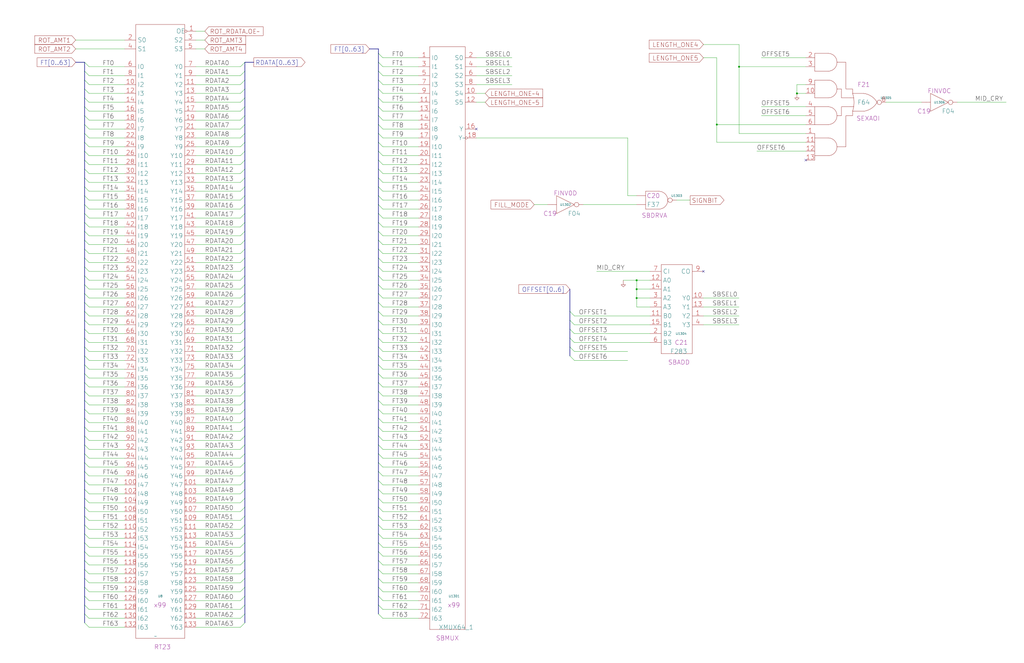
<source format=kicad_sch>
(kicad_sch (version 20230121) (generator eeschema)
  (paper "User" 584.2 378.46)
  (title_block (title "ROTATOR TIER 3") (date "20-MAR-90") (rev "1.0") (comment 1 "FIU") (comment 2 "232-003065") (comment 3 "S400") (comment 4 "RELEASED"))
  (junction (at 363.22 160.02))
  (junction (at 408.94 71.12))
  (junction (at 454.66 53.34))
  (junction (at 421.64 38.1))
  (junction (at 363.22 170.18))
  (junction (at 363.22 165.1))
  (no_connect (at 271.78 73.66))
  (no_connect (at 459.74 91.44))
  (no_connect (at 401.32 154.94))
  (bus_entry (at 48.26 208.28) (size 2.54 2.54))
  (bus_entry (at 139.7 259.08) (size -2.54 2.54))
  (bus_entry (at 48.26 309.88) (size 2.54 2.54))
  (bus_entry (at 215.9 198.12) (size 2.54 2.54))
  (bus_entry (at 48.26 299.72) (size 2.54 2.54))
  (bus_entry (at 139.7 248.92) (size -2.54 2.54))
  (bus_entry (at 215.9 30.48) (size 2.54 2.54))
  (bus_entry (at 48.26 187.96) (size 2.54 2.54))
  (bus_entry (at 139.7 60.96) (size -2.54 2.54))
  (bus_entry (at 139.7 350.52) (size -2.54 2.54))
  (bus_entry (at 215.9 71.12) (size 2.54 2.54))
  (bus_entry (at 215.9 60.96) (size 2.54 2.54))
  (bus_entry (at 48.26 350.52) (size 2.54 2.54))
  (bus_entry (at 48.26 81.28) (size 2.54 2.54))
  (bus_entry (at 139.7 314.96) (size -2.54 2.54))
  (bus_entry (at 48.26 66.04) (size 2.54 2.54))
  (bus_entry (at 48.26 294.64) (size 2.54 2.54))
  (bus_entry (at 215.9 35.56) (size 2.54 2.54))
  (bus_entry (at 48.26 284.48) (size 2.54 2.54))
  (bus_entry (at 48.26 320.04) (size 2.54 2.54))
  (bus_entry (at 139.7 76.2) (size -2.54 2.54))
  (bus_entry (at 48.26 264.16) (size 2.54 2.54))
  (bus_entry (at 139.7 40.64) (size -2.54 2.54))
  (bus_entry (at 215.9 193.04) (size 2.54 2.54))
  (bus_entry (at 215.9 127) (size 2.54 2.54))
  (bus_entry (at 139.7 187.96) (size -2.54 2.54))
  (bus_entry (at 48.26 330.2) (size 2.54 2.54))
  (bus_entry (at 139.7 127) (size -2.54 2.54))
  (bus_entry (at 215.9 177.8) (size 2.54 2.54))
  (bus_entry (at 48.26 279.4) (size 2.54 2.54))
  (bus_entry (at 215.9 137.16) (size 2.54 2.54))
  (bus_entry (at 139.7 284.48) (size -2.54 2.54))
  (bus_entry (at 139.7 203.2) (size -2.54 2.54))
  (bus_entry (at 48.26 147.32) (size 2.54 2.54))
  (bus_entry (at 215.9 350.52) (size 2.54 2.54))
  (bus_entry (at 139.7 137.16) (size -2.54 2.54))
  (bus_entry (at 215.9 121.92) (size 2.54 2.54))
  (bus_entry (at 48.26 193.04) (size 2.54 2.54))
  (bus_entry (at 139.7 172.72) (size -2.54 2.54))
  (bus_entry (at 139.7 45.72) (size -2.54 2.54))
  (bus_entry (at 215.9 269.24) (size 2.54 2.54))
  (bus_entry (at 215.9 101.6) (size 2.54 2.54))
  (bus_entry (at 139.7 355.6) (size -2.54 2.54))
  (bus_entry (at 139.7 121.92) (size -2.54 2.54))
  (bus_entry (at 139.7 264.16) (size -2.54 2.54))
  (bus_entry (at 139.7 223.52) (size -2.54 2.54))
  (bus_entry (at 139.7 218.44) (size -2.54 2.54))
  (bus_entry (at 48.26 223.52) (size 2.54 2.54))
  (bus_entry (at 48.26 248.92) (size 2.54 2.54))
  (bus_entry (at 48.26 55.88) (size 2.54 2.54))
  (bus_entry (at 215.9 172.72) (size 2.54 2.54))
  (bus_entry (at 215.9 223.52) (size 2.54 2.54))
  (bus_entry (at 215.9 162.56) (size 2.54 2.54))
  (bus_entry (at 48.26 325.12) (size 2.54 2.54))
  (bus_entry (at 48.26 243.84) (size 2.54 2.54))
  (bus_entry (at 48.26 274.32) (size 2.54 2.54))
  (bus_entry (at 215.9 248.92) (size 2.54 2.54))
  (bus_entry (at 48.26 238.76) (size 2.54 2.54))
  (bus_entry (at 215.9 284.48) (size 2.54 2.54))
  (bus_entry (at 215.9 314.96) (size 2.54 2.54))
  (bus_entry (at 48.26 259.08) (size 2.54 2.54))
  (bus_entry (at 215.9 254) (size 2.54 2.54))
  (bus_entry (at 215.9 299.72) (size 2.54 2.54))
  (bus_entry (at 139.7 233.68) (size -2.54 2.54))
  (bus_entry (at 48.26 35.56) (size 2.54 2.54))
  (bus_entry (at 139.7 177.8) (size -2.54 2.54))
  (bus_entry (at 215.9 152.4) (size 2.54 2.54))
  (bus_entry (at 48.26 314.96) (size 2.54 2.54))
  (bus_entry (at 139.7 81.28) (size -2.54 2.54))
  (bus_entry (at 139.7 50.8) (size -2.54 2.54))
  (bus_entry (at 215.9 55.88) (size 2.54 2.54))
  (bus_entry (at 215.9 304.8) (size 2.54 2.54))
  (bus_entry (at 139.7 345.44) (size -2.54 2.54))
  (bus_entry (at 48.26 162.56) (size 2.54 2.54))
  (bus_entry (at 139.7 289.56) (size -2.54 2.54))
  (bus_entry (at 48.26 116.84) (size 2.54 2.54))
  (bus_entry (at 215.9 274.32) (size 2.54 2.54))
  (bus_entry (at 139.7 279.4) (size -2.54 2.54))
  (bus_entry (at 325.12 203.2) (size 2.54 2.54))
  (bus_entry (at 139.7 96.52) (size -2.54 2.54))
  (bus_entry (at 215.9 157.48) (size 2.54 2.54))
  (bus_entry (at 48.26 142.24) (size 2.54 2.54))
  (bus_entry (at 215.9 238.76) (size 2.54 2.54))
  (bus_entry (at 215.9 96.52) (size 2.54 2.54))
  (bus_entry (at 48.26 137.16) (size 2.54 2.54))
  (bus_entry (at 215.9 167.64) (size 2.54 2.54))
  (bus_entry (at 139.7 66.04) (size -2.54 2.54))
  (bus_entry (at 48.26 76.2) (size 2.54 2.54))
  (bus_entry (at 139.7 198.12) (size -2.54 2.54))
  (bus_entry (at 215.9 289.56) (size 2.54 2.54))
  (bus_entry (at 139.7 299.72) (size -2.54 2.54))
  (bus_entry (at 139.7 132.08) (size -2.54 2.54))
  (bus_entry (at 48.26 335.28) (size 2.54 2.54))
  (bus_entry (at 139.7 167.64) (size -2.54 2.54))
  (bus_entry (at 48.26 228.6) (size 2.54 2.54))
  (bus_entry (at 139.7 294.64) (size -2.54 2.54))
  (bus_entry (at 139.7 320.04) (size -2.54 2.54))
  (bus_entry (at 215.9 243.84) (size 2.54 2.54))
  (bus_entry (at 48.26 121.92) (size 2.54 2.54))
  (bus_entry (at 215.9 259.08) (size 2.54 2.54))
  (bus_entry (at 325.12 193.04) (size 2.54 2.54))
  (bus_entry (at 139.7 35.56) (size -2.54 2.54))
  (bus_entry (at 48.26 177.8) (size 2.54 2.54))
  (bus_entry (at 139.7 208.28) (size -2.54 2.54))
  (bus_entry (at 215.9 203.2) (size 2.54 2.54))
  (bus_entry (at 48.26 203.2) (size 2.54 2.54))
  (bus_entry (at 139.7 269.24) (size -2.54 2.54))
  (bus_entry (at 139.7 243.84) (size -2.54 2.54))
  (bus_entry (at 215.9 106.68) (size 2.54 2.54))
  (bus_entry (at 48.26 45.72) (size 2.54 2.54))
  (bus_entry (at 215.9 233.68) (size 2.54 2.54))
  (bus_entry (at 48.26 106.68) (size 2.54 2.54))
  (bus_entry (at 48.26 213.36) (size 2.54 2.54))
  (bus_entry (at 48.26 101.6) (size 2.54 2.54))
  (bus_entry (at 48.26 152.4) (size 2.54 2.54))
  (bus_entry (at 139.7 142.24) (size -2.54 2.54))
  (bus_entry (at 215.9 213.36) (size 2.54 2.54))
  (bus_entry (at 139.7 182.88) (size -2.54 2.54))
  (bus_entry (at 139.7 116.84) (size -2.54 2.54))
  (bus_entry (at 139.7 228.6) (size -2.54 2.54))
  (bus_entry (at 215.9 228.6) (size 2.54 2.54))
  (bus_entry (at 215.9 294.64) (size 2.54 2.54))
  (bus_entry (at 139.7 152.4) (size -2.54 2.54))
  (bus_entry (at 215.9 50.8) (size 2.54 2.54))
  (bus_entry (at 139.7 254) (size -2.54 2.54))
  (bus_entry (at 48.26 289.56) (size 2.54 2.54))
  (bus_entry (at 139.7 101.6) (size -2.54 2.54))
  (bus_entry (at 325.12 187.96) (size 2.54 2.54))
  (bus_entry (at 139.7 274.32) (size -2.54 2.54))
  (bus_entry (at 48.26 254) (size 2.54 2.54))
  (bus_entry (at 48.26 340.36) (size 2.54 2.54))
  (bus_entry (at 48.26 355.6) (size 2.54 2.54))
  (bus_entry (at 215.9 132.08) (size 2.54 2.54))
  (bus_entry (at 215.9 208.28) (size 2.54 2.54))
  (bus_entry (at 215.9 147.32) (size 2.54 2.54))
  (bus_entry (at 325.12 198.12) (size 2.54 2.54))
  (bus_entry (at 48.26 218.44) (size 2.54 2.54))
  (bus_entry (at 215.9 320.04) (size 2.54 2.54))
  (bus_entry (at 139.7 147.32) (size -2.54 2.54))
  (bus_entry (at 215.9 309.88) (size 2.54 2.54))
  (bus_entry (at 48.26 172.72) (size 2.54 2.54))
  (bus_entry (at 215.9 182.88) (size 2.54 2.54))
  (bus_entry (at 139.7 304.8) (size -2.54 2.54))
  (bus_entry (at 48.26 198.12) (size 2.54 2.54))
  (bus_entry (at 139.7 71.12) (size -2.54 2.54))
  (bus_entry (at 325.12 182.88) (size 2.54 2.54))
  (bus_entry (at 215.9 325.12) (size 2.54 2.54))
  (bus_entry (at 215.9 264.16) (size 2.54 2.54))
  (bus_entry (at 139.7 55.88) (size -2.54 2.54))
  (bus_entry (at 48.26 345.44) (size 2.54 2.54))
  (bus_entry (at 139.7 309.88) (size -2.54 2.54))
  (bus_entry (at 215.9 86.36) (size 2.54 2.54))
  (bus_entry (at 48.26 91.44) (size 2.54 2.54))
  (bus_entry (at 48.26 167.64) (size 2.54 2.54))
  (bus_entry (at 48.26 96.52) (size 2.54 2.54))
  (bus_entry (at 48.26 111.76) (size 2.54 2.54))
  (bus_entry (at 48.26 233.68) (size 2.54 2.54))
  (bus_entry (at 215.9 40.64) (size 2.54 2.54))
  (bus_entry (at 215.9 111.76) (size 2.54 2.54))
  (bus_entry (at 139.7 106.68) (size -2.54 2.54))
  (bus_entry (at 215.9 81.28) (size 2.54 2.54))
  (bus_entry (at 48.26 60.96) (size 2.54 2.54))
  (bus_entry (at 48.26 182.88) (size 2.54 2.54))
  (bus_entry (at 325.12 177.8) (size 2.54 2.54))
  (bus_entry (at 215.9 187.96) (size 2.54 2.54))
  (bus_entry (at 48.26 157.48) (size 2.54 2.54))
  (bus_entry (at 139.7 325.12) (size -2.54 2.54))
  (bus_entry (at 139.7 111.76) (size -2.54 2.54))
  (bus_entry (at 215.9 116.84) (size 2.54 2.54))
  (bus_entry (at 215.9 91.44) (size 2.54 2.54))
  (bus_entry (at 215.9 218.44) (size 2.54 2.54))
  (bus_entry (at 139.7 330.2) (size -2.54 2.54))
  (bus_entry (at 48.26 127) (size 2.54 2.54))
  (bus_entry (at 48.26 40.64) (size 2.54 2.54))
  (bus_entry (at 48.26 86.36) (size 2.54 2.54))
  (bus_entry (at 139.7 238.76) (size -2.54 2.54))
  (bus_entry (at 48.26 71.12) (size 2.54 2.54))
  (bus_entry (at 215.9 76.2) (size 2.54 2.54))
  (bus_entry (at 215.9 66.04) (size 2.54 2.54))
  (bus_entry (at 48.26 50.8) (size 2.54 2.54))
  (bus_entry (at 139.7 340.36) (size -2.54 2.54))
  (bus_entry (at 215.9 279.4) (size 2.54 2.54))
  (bus_entry (at 139.7 335.28) (size -2.54 2.54))
  (bus_entry (at 139.7 162.56) (size -2.54 2.54))
  (bus_entry (at 48.26 304.8) (size 2.54 2.54))
  (bus_entry (at 139.7 86.36) (size -2.54 2.54))
  (bus_entry (at 139.7 157.48) (size -2.54 2.54))
  (bus_entry (at 215.9 142.24) (size 2.54 2.54))
  (bus_entry (at 48.26 269.24) (size 2.54 2.54))
  (bus_entry (at 139.7 91.44) (size -2.54 2.54))
  (bus_entry (at 139.7 213.36) (size -2.54 2.54))
  (bus_entry (at 215.9 340.36) (size 2.54 2.54))
  (bus_entry (at 215.9 45.72) (size 2.54 2.54))
  (bus_entry (at 215.9 330.2) (size 2.54 2.54))
  (bus_entry (at 139.7 193.04) (size -2.54 2.54))
  (bus_entry (at 48.26 132.08) (size 2.54 2.54))
  (bus_entry (at 215.9 335.28) (size 2.54 2.54))
  (bus_entry (at 215.9 345.44) (size 2.54 2.54))
  (bus (pts (xy 139.7 50.8) (xy 139.7 55.88)))
  (bus (pts (xy 139.7 284.48) (xy 139.7 289.56)))
  (wire (pts (xy 71.12 347.98) (xy 50.8 347.98)))
  (bus (pts (xy 139.7 76.2) (xy 139.7 81.28)))
  (wire (pts (xy 434.34 66.04) (xy 459.74 66.04)))
  (bus (pts (xy 48.26 299.72) (xy 48.26 304.8)))
  (wire (pts (xy 218.44 261.62) (xy 238.76 261.62)))
  (wire (pts (xy 137.16 83.82) (xy 111.76 83.82)))
  (wire (pts (xy 218.44 33.02) (xy 238.76 33.02)))
  (wire (pts (xy 71.12 180.34) (xy 50.8 180.34)))
  (bus (pts (xy 139.7 233.68) (xy 139.7 238.76)))
  (wire (pts (xy 327.66 200.66) (xy 358.14 200.66)))
  (wire (pts (xy 137.16 139.7) (xy 111.76 139.7)))
  (bus (pts (xy 48.26 111.76) (xy 48.26 116.84)))
  (bus (pts (xy 48.26 81.28) (xy 48.26 86.36)))
  (wire (pts (xy 401.32 180.34) (xy 421.64 180.34)))
  (wire (pts (xy 137.16 276.86) (xy 111.76 276.86)))
  (bus (pts (xy 215.9 162.56) (xy 215.9 167.64)))
  (wire (pts (xy 71.12 119.38) (xy 50.8 119.38)))
  (bus (pts (xy 48.26 218.44) (xy 48.26 223.52)))
  (bus (pts (xy 215.9 254) (xy 215.9 259.08)))
  (bus (pts (xy 48.26 350.52) (xy 48.26 355.6)))
  (bus (pts (xy 48.26 71.12) (xy 48.26 76.2)))
  (bus (pts (xy 139.7 274.32) (xy 139.7 279.4)))
  (wire (pts (xy 137.16 337.82) (xy 111.76 337.82)))
  (wire (pts (xy 218.44 337.82) (xy 238.76 337.82)))
  (wire (pts (xy 137.16 266.7) (xy 111.76 266.7)))
  (bus (pts (xy 325.12 182.88) (xy 325.12 187.96)))
  (bus (pts (xy 139.7 294.64) (xy 139.7 299.72)))
  (wire (pts (xy 137.16 210.82) (xy 111.76 210.82)))
  (bus (pts (xy 215.9 299.72) (xy 215.9 304.8)))
  (bus (pts (xy 139.7 60.96) (xy 139.7 66.04)))
  (wire (pts (xy 43.18 22.86) (xy 71.12 22.86)))
  (bus (pts (xy 139.7 101.6) (xy 139.7 106.68)))
  (bus (pts (xy 215.9 50.8) (xy 215.9 55.88)))
  (bus (pts (xy 48.26 213.36) (xy 48.26 218.44)))
  (wire (pts (xy 431.8 86.36) (xy 459.74 86.36)))
  (wire (pts (xy 71.12 226.06) (xy 50.8 226.06)))
  (bus (pts (xy 139.7 66.04) (xy 139.7 71.12)))
  (bus (pts (xy 48.26 96.52) (xy 48.26 101.6)))
  (wire (pts (xy 218.44 205.74) (xy 238.76 205.74)))
  (bus (pts (xy 215.9 269.24) (xy 215.9 274.32)))
  (wire (pts (xy 218.44 144.78) (xy 238.76 144.78)))
  (bus (pts (xy 139.7 289.56) (xy 139.7 294.64)))
  (bus (pts (xy 48.26 254) (xy 48.26 259.08)))
  (wire (pts (xy 327.66 185.42) (xy 370.84 185.42)))
  (wire (pts (xy 304.8 116.84) (xy 312.42 116.84)))
  (bus (pts (xy 139.7 187.96) (xy 139.7 193.04)))
  (wire (pts (xy 421.64 25.4) (xy 401.32 25.4)))
  (bus (pts (xy 43.18 35.56) (xy 48.26 35.56)))
  (wire (pts (xy 218.44 271.78) (xy 238.76 271.78)))
  (wire (pts (xy 218.44 68.58) (xy 238.76 68.58)))
  (wire (pts (xy 137.16 297.18) (xy 111.76 297.18)))
  (wire (pts (xy 71.12 281.94) (xy 50.8 281.94)))
  (bus (pts (xy 139.7 299.72) (xy 139.7 304.8)))
  (wire (pts (xy 218.44 266.7) (xy 238.76 266.7)))
  (wire (pts (xy 71.12 322.58) (xy 50.8 322.58)))
  (wire (pts (xy 137.16 332.74) (xy 111.76 332.74)))
  (wire (pts (xy 71.12 134.62) (xy 50.8 134.62)))
  (bus (pts (xy 215.9 182.88) (xy 215.9 187.96)))
  (wire (pts (xy 71.12 144.78) (xy 50.8 144.78)))
  (wire (pts (xy 71.12 220.98) (xy 50.8 220.98)))
  (wire (pts (xy 137.16 144.78) (xy 111.76 144.78)))
  (bus (pts (xy 139.7 127) (xy 139.7 132.08)))
  (wire (pts (xy 71.12 200.66) (xy 50.8 200.66)))
  (bus (pts (xy 215.9 27.94) (xy 215.9 30.48)))
  (wire (pts (xy 71.12 185.42) (xy 50.8 185.42)))
  (bus (pts (xy 215.9 208.28) (xy 215.9 213.36)))
  (wire (pts (xy 71.12 302.26) (xy 50.8 302.26)))
  (wire (pts (xy 218.44 246.38) (xy 238.76 246.38)))
  (bus (pts (xy 215.9 111.76) (xy 215.9 116.84)))
  (wire (pts (xy 137.16 78.74) (xy 111.76 78.74)))
  (bus (pts (xy 139.7 314.96) (xy 139.7 320.04)))
  (wire (pts (xy 71.12 215.9) (xy 50.8 215.9)))
  (wire (pts (xy 454.66 53.34) (xy 459.74 53.34)))
  (wire (pts (xy 218.44 134.62) (xy 238.76 134.62)))
  (wire (pts (xy 71.12 276.86) (xy 50.8 276.86)))
  (wire (pts (xy 218.44 185.42) (xy 238.76 185.42)))
  (wire (pts (xy 137.16 246.38) (xy 111.76 246.38)))
  (wire (pts (xy 137.16 73.66) (xy 111.76 73.66)))
  (wire (pts (xy 137.16 170.18) (xy 111.76 170.18)))
  (bus (pts (xy 215.9 152.4) (xy 215.9 157.48)))
  (bus (pts (xy 215.9 66.04) (xy 215.9 71.12)))
  (bus (pts (xy 48.26 177.8) (xy 48.26 182.88)))
  (bus (pts (xy 215.9 45.72) (xy 215.9 50.8)))
  (wire (pts (xy 218.44 297.18) (xy 238.76 297.18)))
  (bus (pts (xy 215.9 147.32) (xy 215.9 152.4)))
  (wire (pts (xy 218.44 287.02) (xy 238.76 287.02)))
  (wire (pts (xy 218.44 220.98) (xy 238.76 220.98)))
  (wire (pts (xy 218.44 210.82) (xy 238.76 210.82)))
  (wire (pts (xy 71.12 358.14) (xy 50.8 358.14)))
  (bus (pts (xy 139.7 45.72) (xy 139.7 50.8)))
  (bus (pts (xy 48.26 243.84) (xy 48.26 248.92)))
  (wire (pts (xy 434.34 60.96) (xy 459.74 60.96)))
  (bus (pts (xy 48.26 86.36) (xy 48.26 91.44)))
  (wire (pts (xy 137.16 205.74) (xy 111.76 205.74)))
  (wire (pts (xy 218.44 109.22) (xy 238.76 109.22)))
  (wire (pts (xy 116.84 22.86) (xy 111.76 22.86)))
  (wire (pts (xy 71.12 99.06) (xy 50.8 99.06)))
  (wire (pts (xy 358.14 78.74) (xy 271.78 78.74)))
  (wire (pts (xy 363.22 175.26) (xy 363.22 170.18)))
  (bus (pts (xy 48.26 50.8) (xy 48.26 55.88)))
  (bus (pts (xy 139.7 320.04) (xy 139.7 325.12)))
  (bus (pts (xy 139.7 203.2) (xy 139.7 208.28)))
  (bus (pts (xy 48.26 91.44) (xy 48.26 96.52)))
  (bus (pts (xy 48.26 35.56) (xy 48.26 40.64)))
  (wire (pts (xy 218.44 139.7) (xy 238.76 139.7)))
  (bus (pts (xy 215.9 213.36) (xy 215.9 218.44)))
  (bus (pts (xy 215.9 106.68) (xy 215.9 111.76)))
  (bus (pts (xy 144.78 35.56) (xy 139.7 35.56)))
  (wire (pts (xy 218.44 190.5) (xy 238.76 190.5)))
  (bus (pts (xy 139.7 335.28) (xy 139.7 340.36)))
  (bus (pts (xy 215.9 86.36) (xy 215.9 91.44)))
  (wire (pts (xy 137.16 215.9) (xy 111.76 215.9)))
  (wire (pts (xy 137.16 256.54) (xy 111.76 256.54)))
  (bus (pts (xy 139.7 40.64) (xy 139.7 45.72)))
  (bus (pts (xy 215.9 193.04) (xy 215.9 198.12)))
  (wire (pts (xy 218.44 170.18) (xy 238.76 170.18)))
  (bus (pts (xy 48.26 304.8) (xy 48.26 309.88)))
  (wire (pts (xy 71.12 170.18) (xy 50.8 170.18)))
  (wire (pts (xy 137.16 119.38) (xy 111.76 119.38)))
  (bus (pts (xy 139.7 218.44) (xy 139.7 223.52)))
  (wire (pts (xy 218.44 83.82) (xy 238.76 83.82)))
  (wire (pts (xy 137.16 231.14) (xy 111.76 231.14)))
  (bus (pts (xy 215.9 223.52) (xy 215.9 228.6)))
  (wire (pts (xy 218.44 88.9) (xy 238.76 88.9)))
  (bus (pts (xy 215.9 121.92) (xy 215.9 127)))
  (bus (pts (xy 48.26 147.32) (xy 48.26 152.4)))
  (wire (pts (xy 71.12 307.34) (xy 50.8 307.34)))
  (bus (pts (xy 215.9 238.76) (xy 215.9 243.84)))
  (wire (pts (xy 137.16 190.5) (xy 111.76 190.5)))
  (bus (pts (xy 139.7 350.52) (xy 139.7 355.6)))
  (wire (pts (xy 218.44 195.58) (xy 238.76 195.58)))
  (bus (pts (xy 215.9 91.44) (xy 215.9 96.52)))
  (wire (pts (xy 71.12 246.38) (xy 50.8 246.38)))
  (wire (pts (xy 218.44 307.34) (xy 238.76 307.34)))
  (bus (pts (xy 215.9 304.8) (xy 215.9 309.88)))
  (bus (pts (xy 215.9 35.56) (xy 215.9 40.64)))
  (bus (pts (xy 215.9 274.32) (xy 215.9 279.4)))
  (wire (pts (xy 218.44 149.86) (xy 238.76 149.86)))
  (wire (pts (xy 71.12 241.3) (xy 50.8 241.3)))
  (bus (pts (xy 48.26 309.88) (xy 48.26 314.96)))
  (wire (pts (xy 71.12 93.98) (xy 50.8 93.98)))
  (bus (pts (xy 139.7 162.56) (xy 139.7 167.64)))
  (wire (pts (xy 71.12 210.82) (xy 50.8 210.82)))
  (bus (pts (xy 139.7 111.76) (xy 139.7 116.84)))
  (wire (pts (xy 218.44 353.06) (xy 238.76 353.06)))
  (wire (pts (xy 218.44 48.26) (xy 238.76 48.26)))
  (bus (pts (xy 139.7 71.12) (xy 139.7 76.2)))
  (wire (pts (xy 137.16 48.26) (xy 111.76 48.26)))
  (wire (pts (xy 218.44 342.9) (xy 238.76 342.9)))
  (wire (pts (xy 218.44 322.58) (xy 238.76 322.58)))
  (bus (pts (xy 139.7 259.08) (xy 139.7 264.16)))
  (wire (pts (xy 137.16 88.9) (xy 111.76 88.9)))
  (wire (pts (xy 137.16 104.14) (xy 111.76 104.14)))
  (bus (pts (xy 48.26 182.88) (xy 48.26 187.96)))
  (wire (pts (xy 137.16 149.86) (xy 111.76 149.86)))
  (bus (pts (xy 215.9 340.36) (xy 215.9 345.44)))
  (wire (pts (xy 218.44 180.34) (xy 238.76 180.34)))
  (wire (pts (xy 363.22 170.18) (xy 370.84 170.18)))
  (bus (pts (xy 48.26 289.56) (xy 48.26 294.64)))
  (wire (pts (xy 408.94 71.12) (xy 408.94 33.02)))
  (bus (pts (xy 48.26 101.6) (xy 48.26 106.68)))
  (wire (pts (xy 137.16 93.98) (xy 111.76 93.98)))
  (bus (pts (xy 215.9 248.92) (xy 215.9 254)))
  (wire (pts (xy 137.16 134.62) (xy 111.76 134.62)))
  (bus (pts (xy 48.26 284.48) (xy 48.26 289.56)))
  (bus (pts (xy 215.9 187.96) (xy 215.9 193.04)))
  (bus (pts (xy 215.9 142.24) (xy 215.9 147.32)))
  (wire (pts (xy 71.12 292.1) (xy 50.8 292.1)))
  (wire (pts (xy 71.12 297.18) (xy 50.8 297.18)))
  (bus (pts (xy 215.9 81.28) (xy 215.9 86.36)))
  (bus (pts (xy 215.9 320.04) (xy 215.9 325.12)))
  (bus (pts (xy 48.26 223.52) (xy 48.26 228.6)))
  (bus (pts (xy 48.26 320.04) (xy 48.26 325.12)))
  (wire (pts (xy 408.94 71.12) (xy 459.74 71.12)))
  (wire (pts (xy 71.12 165.1) (xy 50.8 165.1)))
  (bus (pts (xy 139.7 243.84) (xy 139.7 248.92)))
  (wire (pts (xy 137.16 160.02) (xy 111.76 160.02)))
  (bus (pts (xy 48.26 76.2) (xy 48.26 81.28)))
  (bus (pts (xy 48.26 259.08) (xy 48.26 264.16)))
  (bus (pts (xy 139.7 147.32) (xy 139.7 152.4)))
  (bus (pts (xy 325.12 193.04) (xy 325.12 198.12)))
  (wire (pts (xy 137.16 342.9) (xy 111.76 342.9)))
  (bus (pts (xy 139.7 248.92) (xy 139.7 254)))
  (wire (pts (xy 71.12 160.02) (xy 50.8 160.02)))
  (wire (pts (xy 358.14 111.76) (xy 358.14 78.74)))
  (bus (pts (xy 139.7 116.84) (xy 139.7 121.92)))
  (wire (pts (xy 386.08 114.3) (xy 393.7 114.3)))
  (wire (pts (xy 218.44 251.46) (xy 238.76 251.46)))
  (wire (pts (xy 370.84 175.26) (xy 363.22 175.26)))
  (bus (pts (xy 48.26 340.36) (xy 48.26 345.44)))
  (wire (pts (xy 363.22 160.02) (xy 370.84 160.02)))
  (bus (pts (xy 215.9 309.88) (xy 215.9 314.96)))
  (bus (pts (xy 139.7 325.12) (xy 139.7 330.2)))
  (bus (pts (xy 215.9 294.64) (xy 215.9 299.72)))
  (wire (pts (xy 218.44 58.42) (xy 238.76 58.42)))
  (bus (pts (xy 48.26 127) (xy 48.26 132.08)))
  (wire (pts (xy 408.94 81.28) (xy 408.94 71.12)))
  (wire (pts (xy 355.6 160.02) (xy 363.22 160.02)))
  (wire (pts (xy 218.44 43.18) (xy 238.76 43.18)))
  (wire (pts (xy 43.18 27.94) (xy 71.12 27.94)))
  (wire (pts (xy 71.12 231.14) (xy 50.8 231.14)))
  (wire (pts (xy 111.76 17.78) (xy 116.84 17.78)))
  (wire (pts (xy 218.44 292.1) (xy 238.76 292.1)))
  (wire (pts (xy 71.12 256.54) (xy 50.8 256.54)))
  (bus (pts (xy 48.26 157.48) (xy 48.26 162.56)))
  (wire (pts (xy 71.12 266.7) (xy 50.8 266.7)))
  (bus (pts (xy 139.7 238.76) (xy 139.7 243.84)))
  (wire (pts (xy 218.44 317.5) (xy 238.76 317.5)))
  (bus (pts (xy 139.7 177.8) (xy 139.7 182.88)))
  (bus (pts (xy 215.9 76.2) (xy 215.9 81.28)))
  (wire (pts (xy 218.44 236.22) (xy 238.76 236.22)))
  (bus (pts (xy 48.26 45.72) (xy 48.26 50.8)))
  (bus (pts (xy 48.26 142.24) (xy 48.26 147.32)))
  (wire (pts (xy 218.44 63.5) (xy 238.76 63.5)))
  (wire (pts (xy 454.66 48.26) (xy 454.66 53.34)))
  (bus (pts (xy 215.9 96.52) (xy 215.9 101.6)))
  (bus (pts (xy 215.9 167.64) (xy 215.9 172.72)))
  (wire (pts (xy 71.12 139.7) (xy 50.8 139.7)))
  (bus (pts (xy 215.9 259.08) (xy 215.9 264.16)))
  (bus (pts (xy 48.26 264.16) (xy 48.26 269.24)))
  (bus (pts (xy 215.9 284.48) (xy 215.9 289.56)))
  (bus (pts (xy 48.26 116.84) (xy 48.26 121.92)))
  (wire (pts (xy 218.44 256.54) (xy 238.76 256.54)))
  (wire (pts (xy 137.16 241.3) (xy 111.76 241.3)))
  (bus (pts (xy 139.7 167.64) (xy 139.7 172.72)))
  (wire (pts (xy 71.12 175.26) (xy 50.8 175.26)))
  (bus (pts (xy 48.26 248.92) (xy 48.26 254)))
  (bus (pts (xy 48.26 193.04) (xy 48.26 198.12)))
  (wire (pts (xy 137.16 38.1) (xy 111.76 38.1)))
  (wire (pts (xy 218.44 124.46) (xy 238.76 124.46)))
  (wire (pts (xy 71.12 205.74) (xy 50.8 205.74)))
  (wire (pts (xy 218.44 104.14) (xy 238.76 104.14)))
  (bus (pts (xy 215.9 218.44) (xy 215.9 223.52)))
  (bus (pts (xy 139.7 157.48) (xy 139.7 162.56)))
  (bus (pts (xy 215.9 198.12) (xy 215.9 203.2)))
  (wire (pts (xy 271.78 43.18) (xy 292.1 43.18)))
  (bus (pts (xy 215.9 157.48) (xy 215.9 162.56)))
  (bus (pts (xy 48.26 345.44) (xy 48.26 350.52)))
  (wire (pts (xy 71.12 271.78) (xy 50.8 271.78)))
  (bus (pts (xy 215.9 177.8) (xy 215.9 182.88)))
  (bus (pts (xy 139.7 330.2) (xy 139.7 335.28)))
  (wire (pts (xy 218.44 99.06) (xy 238.76 99.06)))
  (wire (pts (xy 459.74 48.26) (xy 454.66 48.26)))
  (bus (pts (xy 139.7 208.28) (xy 139.7 213.36)))
  (wire (pts (xy 218.44 38.1) (xy 238.76 38.1)))
  (wire (pts (xy 137.16 180.34) (xy 111.76 180.34)))
  (wire (pts (xy 218.44 119.38) (xy 238.76 119.38)))
  (bus (pts (xy 215.9 279.4) (xy 215.9 284.48)))
  (wire (pts (xy 137.16 200.66) (xy 111.76 200.66)))
  (wire (pts (xy 137.16 317.5) (xy 111.76 317.5)))
  (wire (pts (xy 137.16 43.18) (xy 111.76 43.18)))
  (wire (pts (xy 137.16 165.1) (xy 111.76 165.1)))
  (wire (pts (xy 327.66 180.34) (xy 370.84 180.34)))
  (bus (pts (xy 48.26 198.12) (xy 48.26 203.2)))
  (bus (pts (xy 139.7 193.04) (xy 139.7 198.12)))
  (bus (pts (xy 215.9 243.84) (xy 215.9 248.92)))
  (wire (pts (xy 218.44 200.66) (xy 238.76 200.66)))
  (wire (pts (xy 137.16 353.06) (xy 111.76 353.06)))
  (wire (pts (xy 71.12 327.66) (xy 50.8 327.66)))
  (wire (pts (xy 71.12 63.5) (xy 50.8 63.5)))
  (wire (pts (xy 271.78 33.02) (xy 292.1 33.02)))
  (bus (pts (xy 48.26 208.28) (xy 48.26 213.36)))
  (bus (pts (xy 325.12 177.8) (xy 325.12 182.88)))
  (bus (pts (xy 139.7 309.88) (xy 139.7 314.96)))
  (wire (pts (xy 218.44 175.26) (xy 238.76 175.26)))
  (wire (pts (xy 340.36 154.94) (xy 370.84 154.94)))
  (wire (pts (xy 71.12 190.5) (xy 50.8 190.5)))
  (wire (pts (xy 363.22 165.1) (xy 370.84 165.1)))
  (wire (pts (xy 218.44 226.06) (xy 238.76 226.06)))
  (wire (pts (xy 218.44 347.98) (xy 238.76 347.98)))
  (wire (pts (xy 401.32 170.18) (xy 421.64 170.18)))
  (bus (pts (xy 48.26 172.72) (xy 48.26 177.8)))
  (wire (pts (xy 116.84 27.94) (xy 111.76 27.94)))
  (wire (pts (xy 71.12 236.22) (xy 50.8 236.22)))
  (wire (pts (xy 137.16 68.58) (xy 111.76 68.58)))
  (bus (pts (xy 215.9 289.56) (xy 215.9 294.64)))
  (bus (pts (xy 139.7 340.36) (xy 139.7 345.44)))
  (wire (pts (xy 71.12 129.54) (xy 50.8 129.54)))
  (bus (pts (xy 215.9 30.48) (xy 215.9 35.56)))
  (bus (pts (xy 215.9 137.16) (xy 215.9 142.24)))
  (wire (pts (xy 137.16 220.98) (xy 111.76 220.98)))
  (bus (pts (xy 48.26 40.64) (xy 48.26 45.72)))
  (wire (pts (xy 137.16 154.94) (xy 111.76 154.94)))
  (bus (pts (xy 139.7 345.44) (xy 139.7 350.52)))
  (wire (pts (xy 363.22 170.18) (xy 363.22 165.1)))
  (wire (pts (xy 434.34 33.02) (xy 459.74 33.02)))
  (wire (pts (xy 71.12 342.9) (xy 50.8 342.9)))
  (bus (pts (xy 48.26 228.6) (xy 48.26 233.68)))
  (wire (pts (xy 218.44 73.66) (xy 238.76 73.66)))
  (wire (pts (xy 137.16 287.02) (xy 111.76 287.02)))
  (wire (pts (xy 218.44 160.02) (xy 238.76 160.02)))
  (bus (pts (xy 215.9 314.96) (xy 215.9 320.04)))
  (wire (pts (xy 71.12 312.42) (xy 50.8 312.42)))
  (wire (pts (xy 71.12 149.86) (xy 50.8 149.86)))
  (bus (pts (xy 48.26 325.12) (xy 48.26 330.2)))
  (wire (pts (xy 218.44 215.9) (xy 238.76 215.9)))
  (bus (pts (xy 139.7 106.68) (xy 139.7 111.76)))
  (bus (pts (xy 139.7 96.52) (xy 139.7 101.6)))
  (wire (pts (xy 71.12 109.22) (xy 50.8 109.22)))
  (bus (pts (xy 48.26 106.68) (xy 48.26 111.76)))
  (bus (pts (xy 48.26 330.2) (xy 48.26 335.28)))
  (bus (pts (xy 139.7 91.44) (xy 139.7 96.52)))
  (bus (pts (xy 215.9 132.08) (xy 215.9 137.16)))
  (bus (pts (xy 210.82 27.94) (xy 215.9 27.94)))
  (bus (pts (xy 325.12 165.1) (xy 325.12 177.8)))
  (bus (pts (xy 215.9 172.72) (xy 215.9 177.8)))
  (wire (pts (xy 71.12 104.14) (xy 50.8 104.14)))
  (wire (pts (xy 137.16 312.42) (xy 111.76 312.42)))
  (bus (pts (xy 139.7 35.56) (xy 139.7 40.64)))
  (wire (pts (xy 137.16 63.5) (xy 111.76 63.5)))
  (bus (pts (xy 139.7 264.16) (xy 139.7 269.24)))
  (bus (pts (xy 215.9 55.88) (xy 215.9 60.96)))
  (bus (pts (xy 215.9 71.12) (xy 215.9 76.2)))
  (bus (pts (xy 215.9 40.64) (xy 215.9 45.72)))
  (wire (pts (xy 218.44 312.42) (xy 238.76 312.42)))
  (bus (pts (xy 215.9 127) (xy 215.9 132.08)))
  (bus (pts (xy 139.7 228.6) (xy 139.7 233.68)))
  (wire (pts (xy 71.12 73.66) (xy 50.8 73.66)))
  (wire (pts (xy 137.16 226.06) (xy 111.76 226.06)))
  (bus (pts (xy 325.12 198.12) (xy 325.12 203.2)))
  (bus (pts (xy 215.9 264.16) (xy 215.9 269.24)))
  (wire (pts (xy 71.12 332.74) (xy 50.8 332.74)))
  (wire (pts (xy 71.12 261.62) (xy 50.8 261.62)))
  (bus (pts (xy 215.9 345.44) (xy 215.9 350.52)))
  (wire (pts (xy 218.44 129.54) (xy 238.76 129.54)))
  (bus (pts (xy 215.9 116.84) (xy 215.9 121.92)))
  (wire (pts (xy 137.16 281.94) (xy 111.76 281.94)))
  (wire (pts (xy 71.12 48.26) (xy 50.8 48.26)))
  (wire (pts (xy 271.78 58.42) (xy 276.86 58.42)))
  (bus (pts (xy 215.9 233.68) (xy 215.9 238.76)))
  (wire (pts (xy 421.64 38.1) (xy 421.64 25.4)))
  (bus (pts (xy 215.9 101.6) (xy 215.9 106.68)))
  (wire (pts (xy 218.44 231.14) (xy 238.76 231.14)))
  (wire (pts (xy 218.44 281.94) (xy 238.76 281.94)))
  (wire (pts (xy 137.16 58.42) (xy 111.76 58.42)))
  (wire (pts (xy 137.16 114.3) (xy 111.76 114.3)))
  (wire (pts (xy 71.12 195.58) (xy 50.8 195.58)))
  (wire (pts (xy 137.16 307.34) (xy 111.76 307.34)))
  (bus (pts (xy 139.7 137.16) (xy 139.7 142.24)))
  (wire (pts (xy 218.44 154.94) (xy 238.76 154.94)))
  (wire (pts (xy 271.78 48.26) (xy 292.1 48.26)))
  (wire (pts (xy 363.22 111.76) (xy 358.14 111.76)))
  (wire (pts (xy 71.12 53.34) (xy 50.8 53.34)))
  (wire (pts (xy 71.12 83.82) (xy 50.8 83.82)))
  (bus (pts (xy 48.26 269.24) (xy 48.26 274.32)))
  (bus (pts (xy 48.26 132.08) (xy 48.26 137.16)))
  (wire (pts (xy 137.16 129.54) (xy 111.76 129.54)))
  (bus (pts (xy 215.9 330.2) (xy 215.9 335.28)))
  (wire (pts (xy 327.66 195.58) (xy 370.84 195.58)))
  (bus (pts (xy 48.26 314.96) (xy 48.26 320.04)))
  (wire (pts (xy 218.44 78.74) (xy 238.76 78.74)))
  (bus (pts (xy 215.9 228.6) (xy 215.9 233.68)))
  (bus (pts (xy 139.7 132.08) (xy 139.7 137.16)))
  (bus (pts (xy 139.7 55.88) (xy 139.7 60.96)))
  (bus (pts (xy 215.9 335.28) (xy 215.9 340.36)))
  (wire (pts (xy 218.44 114.3) (xy 238.76 114.3)))
  (wire (pts (xy 71.12 337.82) (xy 50.8 337.82)))
  (wire (pts (xy 71.12 353.06) (xy 50.8 353.06)))
  (wire (pts (xy 137.16 302.26) (xy 111.76 302.26)))
  (bus (pts (xy 48.26 233.68) (xy 48.26 238.76)))
  (wire (pts (xy 71.12 317.5) (xy 50.8 317.5)))
  (wire (pts (xy 71.12 88.9) (xy 50.8 88.9)))
  (wire (pts (xy 137.16 271.78) (xy 111.76 271.78)))
  (bus (pts (xy 139.7 304.8) (xy 139.7 309.88)))
  (bus (pts (xy 48.26 60.96) (xy 48.26 66.04)))
  (bus (pts (xy 48.26 187.96) (xy 48.26 193.04)))
  (wire (pts (xy 137.16 251.46) (xy 111.76 251.46)))
  (wire (pts (xy 137.16 261.62) (xy 111.76 261.62)))
  (bus (pts (xy 139.7 223.52) (xy 139.7 228.6)))
  (wire (pts (xy 218.44 93.98) (xy 238.76 93.98)))
  (bus (pts (xy 139.7 152.4) (xy 139.7 157.48)))
  (wire (pts (xy 332.74 116.84) (xy 363.22 116.84)))
  (wire (pts (xy 137.16 99.06) (xy 111.76 99.06)))
  (bus (pts (xy 139.7 182.88) (xy 139.7 187.96)))
  (wire (pts (xy 421.64 38.1) (xy 459.74 38.1)))
  (wire (pts (xy 546.1 58.42) (xy 574.04 58.42)))
  (bus (pts (xy 48.26 55.88) (xy 48.26 60.96)))
  (wire (pts (xy 71.12 114.3) (xy 50.8 114.3)))
  (bus (pts (xy 139.7 86.36) (xy 139.7 91.44)))
  (wire (pts (xy 71.12 124.46) (xy 50.8 124.46)))
  (bus (pts (xy 139.7 172.72) (xy 139.7 177.8)))
  (bus (pts (xy 48.26 294.64) (xy 48.26 299.72)))
  (wire (pts (xy 137.16 236.22) (xy 111.76 236.22)))
  (bus (pts (xy 48.26 152.4) (xy 48.26 157.48)))
  (wire (pts (xy 137.16 124.46) (xy 111.76 124.46)))
  (wire (pts (xy 71.12 43.18) (xy 50.8 43.18)))
  (wire (pts (xy 71.12 251.46) (xy 50.8 251.46)))
  (wire (pts (xy 71.12 154.94) (xy 50.8 154.94)))
  (bus (pts (xy 139.7 121.92) (xy 139.7 127)))
  (bus (pts (xy 48.26 162.56) (xy 48.26 167.64)))
  (wire (pts (xy 327.66 205.74) (xy 358.14 205.74)))
  (wire (pts (xy 137.16 358.14) (xy 111.76 358.14)))
  (wire (pts (xy 137.16 292.1) (xy 111.76 292.1)))
  (bus (pts (xy 48.26 66.04) (xy 48.26 71.12)))
  (wire (pts (xy 401.32 185.42) (xy 421.64 185.42)))
  (wire (pts (xy 137.16 175.26) (xy 111.76 175.26)))
  (bus (pts (xy 48.26 279.4) (xy 48.26 284.48)))
  (wire (pts (xy 271.78 53.34) (xy 276.86 53.34)))
  (wire (pts (xy 71.12 58.42) (xy 50.8 58.42)))
  (wire (pts (xy 271.78 38.1) (xy 292.1 38.1)))
  (wire (pts (xy 71.12 287.02) (xy 50.8 287.02)))
  (wire (pts (xy 71.12 38.1) (xy 50.8 38.1)))
  (bus (pts (xy 139.7 269.24) (xy 139.7 274.32)))
  (wire (pts (xy 218.44 327.66) (xy 238.76 327.66)))
  (wire (pts (xy 71.12 78.74) (xy 50.8 78.74)))
  (wire (pts (xy 137.16 347.98) (xy 111.76 347.98)))
  (bus (pts (xy 215.9 325.12) (xy 215.9 330.2)))
  (wire (pts (xy 459.74 81.28) (xy 408.94 81.28)))
  (bus (pts (xy 48.26 167.64) (xy 48.26 172.72)))
  (wire (pts (xy 327.66 190.5) (xy 370.84 190.5)))
  (wire (pts (xy 218.44 302.26) (xy 238.76 302.26)))
  (wire (pts (xy 421.64 76.2) (xy 421.64 38.1)))
  (bus (pts (xy 215.9 203.2) (xy 215.9 208.28)))
  (wire (pts (xy 459.74 76.2) (xy 421.64 76.2)))
  (bus (pts (xy 48.26 274.32) (xy 48.26 279.4)))
  (wire (pts (xy 137.16 327.66) (xy 111.76 327.66)))
  (wire (pts (xy 71.12 68.58) (xy 50.8 68.58)))
  (wire (pts (xy 363.22 165.1) (xy 363.22 160.02)))
  (bus (pts (xy 139.7 81.28) (xy 139.7 86.36)))
  (bus (pts (xy 139.7 142.24) (xy 139.7 147.32)))
  (wire (pts (xy 218.44 332.74) (xy 238.76 332.74)))
  (wire (pts (xy 218.44 165.1) (xy 238.76 165.1)))
  (bus (pts (xy 139.7 279.4) (xy 139.7 284.48)))
  (wire (pts (xy 137.16 322.58) (xy 111.76 322.58)))
  (wire (pts (xy 137.16 53.34) (xy 111.76 53.34)))
  (bus (pts (xy 48.26 137.16) (xy 48.26 142.24)))
  (bus (pts (xy 325.12 187.96) (xy 325.12 193.04)))
  (bus (pts (xy 139.7 213.36) (xy 139.7 218.44)))
  (wire (pts (xy 218.44 53.34) (xy 238.76 53.34)))
  (bus (pts (xy 139.7 198.12) (xy 139.7 203.2)))
  (bus (pts (xy 48.26 238.76) (xy 48.26 243.84)))
  (wire (pts (xy 218.44 276.86) (xy 238.76 276.86)))
  (wire (pts (xy 505.46 58.42) (xy 525.78 58.42)))
  (wire (pts (xy 137.16 109.22) (xy 111.76 109.22)))
  (wire (pts (xy 401.32 175.26) (xy 421.64 175.26)))
  (bus (pts (xy 48.26 203.2) (xy 48.26 208.28)))
  (bus (pts (xy 215.9 60.96) (xy 215.9 66.04)))
  (bus (pts (xy 48.26 121.92) (xy 48.26 127)))
  (bus (pts (xy 48.26 335.28) (xy 48.26 340.36)))
  (wire (pts (xy 137.16 195.58) (xy 111.76 195.58)))
  (wire (pts (xy 408.94 33.02) (xy 401.32 33.02)))
  (wire (pts (xy 137.16 185.42) (xy 111.76 185.42)))
  (bus (pts (xy 139.7 254) (xy 139.7 259.08)))
  (wire (pts (xy 218.44 241.3) (xy 238.76 241.3)))
  (label "RDATA39" (at 116.84 236.22 0) (effects (font (size 2.54 2.54))))
  (label "RDATA30" (at 116.84 190.5 0) (effects (font (size 2.54 2.54))))
  (label "RDATA27" (at 116.84 175.26 0) (effects (font (size 2.54 2.54))))
  (label "SBSEL0" (at 406.4 170.18 0) (effects (font (size 2.54 2.54))))
  (label "RDATA9" (at 116.84 83.82 0) (effects (font (size 2.54 2.54))))
  (label "OFFSET6" (at 330.2 205.74 0) (effects (font (size 2.54 2.54))))
  (label "FT24" (at 223.52 154.94 0) (effects (font (size 2.54 2.54))))
  (label "FT25" (at 58.42 165.1 0) (effects (font (size 2.54 2.54))))
  (label "RDATA56" (at 116.84 322.58 0) (effects (font (size 2.54 2.54))))
  (label "FT47" (at 58.42 276.86 0) (effects (font (size 2.54 2.54))))
  (label "FT19" (at 58.42 134.62 0) (effects (font (size 2.54 2.54))))
  (label "RDATA3" (at 116.84 53.34 0) (effects (font (size 2.54 2.54))))
  (label "OFFSET5" (at 330.2 200.66 0) (effects (font (size 2.54 2.54))))
  (label "RDATA45" (at 116.84 266.7 0) (effects (font (size 2.54 2.54))))
  (label "RDATA36" (at 116.84 220.98 0) (effects (font (size 2.54 2.54))))
  (label "FT37" (at 58.42 226.06 0) (effects (font (size 2.54 2.54))))
  (label "FT1" (at 58.42 43.18 0) (effects (font (size 2.54 2.54))))
  (label "FT21" (at 223.52 139.7 0) (effects (font (size 2.54 2.54))))
  (label "RDATA28" (at 116.84 180.34 0) (effects (font (size 2.54 2.54))))
  (label "FT12" (at 58.42 99.06 0) (effects (font (size 2.54 2.54))))
  (label "FT54" (at 58.42 312.42 0) (effects (font (size 2.54 2.54))))
  (label "FT26" (at 223.52 165.1 0) (effects (font (size 2.54 2.54))))
  (label "FT28" (at 58.42 180.34 0) (effects (font (size 2.54 2.54))))
  (label "FT0" (at 223.52 33.02 0) (effects (font (size 2.54 2.54))))
  (label "RDATA44" (at 116.84 261.62 0) (effects (font (size 2.54 2.54))))
  (label "OFFSET5" (at 434.34 33.02 0) (effects (font (size 2.54 2.54))))
  (label "FT21" (at 58.42 144.78 0) (effects (font (size 2.54 2.54))))
  (label "RDATA47" (at 116.84 276.86 0) (effects (font (size 2.54 2.54))))
  (label "FT55" (at 223.52 312.42 0) (effects (font (size 2.54 2.54))))
  (label "FT23" (at 58.42 154.94 0) (effects (font (size 2.54 2.54))))
  (label "FT3" (at 58.42 53.34 0) (effects (font (size 2.54 2.54))))
  (label "FT19" (at 223.52 129.54 0) (effects (font (size 2.54 2.54))))
  (label "FT13" (at 223.52 99.06 0) (effects (font (size 2.54 2.54))))
  (label "FT52" (at 223.52 297.18 0) (effects (font (size 2.54 2.54))))
  (label "FT24" (at 58.42 160.02 0) (effects (font (size 2.54 2.54))))
  (label "FT20" (at 223.52 134.62 0) (effects (font (size 2.54 2.54))))
  (label "RDATA25" (at 116.84 165.1 0) (effects (font (size 2.54 2.54))))
  (label "FT50" (at 58.42 292.1 0) (effects (font (size 2.54 2.54))))
  (label "RDATA53" (at 116.84 307.34 0) (effects (font (size 2.54 2.54))))
  (label "FT31" (at 223.52 190.5 0) (effects (font (size 2.54 2.54))))
  (label "FT45" (at 223.52 261.62 0) (effects (font (size 2.54 2.54))))
  (label "RDATA10" (at 116.84 88.9 0) (effects (font (size 2.54 2.54))))
  (label "FT7" (at 223.52 68.58 0) (effects (font (size 2.54 2.54))))
  (label "FT10" (at 223.52 83.82 0) (effects (font (size 2.54 2.54))))
  (label "FT1" (at 223.52 38.1 0) (effects (font (size 2.54 2.54))))
  (label "FT49" (at 58.42 287.02 0) (effects (font (size 2.54 2.54))))
  (label "FT28" (at 223.52 175.26 0) (effects (font (size 2.54 2.54))))
  (label "FT61" (at 223.52 342.9 0) (effects (font (size 2.54 2.54))))
  (label "FT47" (at 223.52 271.78 0) (effects (font (size 2.54 2.54))))
  (label "MID_CRY" (at 556.26 58.42 0) (effects (font (size 2.54 2.54))))
  (label "FT4" (at 223.52 53.34 0) (effects (font (size 2.54 2.54))))
  (label "RDATA50" (at 116.84 292.1 0) (effects (font (size 2.54 2.54))))
  (label "FT16" (at 58.42 119.38 0) (effects (font (size 2.54 2.54))))
  (label "RDATA15" (at 116.84 114.3 0) (effects (font (size 2.54 2.54))))
  (label "FT15" (at 223.52 109.22 0) (effects (font (size 2.54 2.54))))
  (label "FT51" (at 58.42 297.18 0) (effects (font (size 2.54 2.54))))
  (label "RDATA18" (at 116.84 129.54 0) (effects (font (size 2.54 2.54))))
  (label "FT22" (at 223.52 144.78 0) (effects (font (size 2.54 2.54))))
  (label "FT55" (at 58.42 317.5 0) (effects (font (size 2.54 2.54))))
  (label "FT33" (at 223.52 200.66 0) (effects (font (size 2.54 2.54))))
  (label "RDATA35" (at 116.84 215.9 0) (effects (font (size 2.54 2.54))))
  (label "FT38" (at 58.42 231.14 0) (effects (font (size 2.54 2.54))))
  (label "SBSEL1" (at 406.4 175.26 0) (effects (font (size 2.54 2.54))))
  (label "RDATA40" (at 116.84 241.3 0) (effects (font (size 2.54 2.54))))
  (label "FT32" (at 58.42 200.66 0) (effects (font (size 2.54 2.54))))
  (label "FT48" (at 223.52 276.86 0) (effects (font (size 2.54 2.54))))
  (label "FT40" (at 223.52 236.22 0) (effects (font (size 2.54 2.54))))
  (label "FT6" (at 58.42 68.58 0) (effects (font (size 2.54 2.54))))
  (label "RDATA63" (at 116.84 358.14 0) (effects (font (size 2.54 2.54))))
  (label "RDATA57" (at 116.84 327.66 0) (effects (font (size 2.54 2.54))))
  (label "RDATA13" (at 116.84 104.14 0) (effects (font (size 2.54 2.54))))
  (label "FT29" (at 58.42 185.42 0) (effects (font (size 2.54 2.54))))
  (label "FT54" (at 223.52 307.34 0) (effects (font (size 2.54 2.54))))
  (label "RDATA37" (at 116.84 226.06 0) (effects (font (size 2.54 2.54))))
  (label "FT18" (at 223.52 124.46 0) (effects (font (size 2.54 2.54))))
  (label "FT27" (at 223.52 170.18 0) (effects (font (size 2.54 2.54))))
  (label "FT59" (at 58.42 337.82 0) (effects (font (size 2.54 2.54))))
  (label "FT41" (at 223.52 241.3 0) (effects (font (size 2.54 2.54))))
  (label "FT25" (at 223.52 160.02 0) (effects (font (size 2.54 2.54))))
  (label "FT46" (at 58.42 271.78 0) (effects (font (size 2.54 2.54))))
  (label "FT53" (at 223.52 302.26 0) (effects (font (size 2.54 2.54))))
  (label "RDATA29" (at 116.84 185.42 0) (effects (font (size 2.54 2.54))))
  (label "FT56" (at 223.52 317.5 0) (effects (font (size 2.54 2.54))))
  (label "FT36" (at 58.42 220.98 0) (effects (font (size 2.54 2.54))))
  (label "RDATA24" (at 116.84 160.02 0) (effects (font (size 2.54 2.54))))
  (label "RDATA26" (at 116.84 170.18 0) (effects (font (size 2.54 2.54))))
  (label "RDATA32" (at 116.84 200.66 0) (effects (font (size 2.54 2.54))))
  (label "OFFSET5" (at 434.34 60.96 0) (effects (font (size 2.54 2.54))))
  (label "FT23" (at 223.52 149.86 0) (effects (font (size 2.54 2.54))))
  (label "RDATA34" (at 116.84 210.82 0) (effects (font (size 2.54 2.54))))
  (label "RDATA41" (at 116.84 246.38 0) (effects (font (size 2.54 2.54))))
  (label "RDATA51" (at 116.84 297.18 0) (effects (font (size 2.54 2.54))))
  (label "FT10" (at 58.42 88.9 0) (effects (font (size 2.54 2.54))))
  (label "RDATA42" (at 116.84 251.46 0) (effects (font (size 2.54 2.54))))
  (label "RDATA52" (at 116.84 302.26 0) (effects (font (size 2.54 2.54))))
  (label "FT39" (at 58.42 236.22 0) (effects (font (size 2.54 2.54))))
  (label "OFFSET6" (at 431.8 86.36 0) (effects (font (size 2.54 2.54))))
  (label "SBSEL3" (at 276.86 48.26 0) (effects (font (size 2.54 2.54))))
  (label "FT13" (at 58.42 104.14 0) (effects (font (size 2.54 2.54))))
  (label "FT22" (at 58.42 149.86 0) (effects (font (size 2.54 2.54))))
  (label "RDATA21" (at 116.84 144.78 0) (effects (font (size 2.54 2.54))))
  (label "FT43" (at 223.52 251.46 0) (effects (font (size 2.54 2.54))))
  (label "RDATA1" (at 116.84 43.18 0) (effects (font (size 2.54 2.54))))
  (label "RDATA2" (at 116.84 48.26 0) (effects (font (size 2.54 2.54))))
  (label "FT43" (at 58.42 256.54 0) (effects (font (size 2.54 2.54))))
  (label "RDATA0" (at 116.84 38.1 0) (effects (font (size 2.54 2.54))))
  (label "RDATA54" (at 116.84 312.42 0) (effects (font (size 2.54 2.54))))
  (label "FT59" (at 223.52 332.74 0) (effects (font (size 2.54 2.54))))
  (label "RDATA38" (at 116.84 231.14 0) (effects (font (size 2.54 2.54))))
  (label "RDATA4" (at 116.84 58.42 0) (effects (font (size 2.54 2.54))))
  (label "FT0" (at 58.42 38.1 0) (effects (font (size 2.54 2.54))))
  (label "RDATA61" (at 116.84 347.98 0) (effects (font (size 2.54 2.54))))
  (label "OFFSET3" (at 330.2 190.5 0) (effects (font (size 2.54 2.54))))
  (label "RDATA55" (at 116.84 317.5 0) (effects (font (size 2.54 2.54))))
  (label "FT48" (at 58.42 281.94 0) (effects (font (size 2.54 2.54))))
  (label "FT11" (at 223.52 88.9 0) (effects (font (size 2.54 2.54))))
  (label "SBSEL3" (at 406.4 185.42 0) (effects (font (size 2.54 2.54))))
  (label "FT15" (at 58.42 114.3 0) (effects (font (size 2.54 2.54))))
  (label "FT57" (at 58.42 327.66 0) (effects (font (size 2.54 2.54))))
  (label "FT30" (at 58.42 190.5 0) (effects (font (size 2.54 2.54))))
  (label "OFFSET2" (at 330.2 185.42 0) (effects (font (size 2.54 2.54))))
  (label "FT16" (at 223.52 114.3 0) (effects (font (size 2.54 2.54))))
  (label "FT2" (at 223.52 43.18 0) (effects (font (size 2.54 2.54))))
  (label "FT63" (at 223.52 353.06 0) (effects (font (size 2.54 2.54))))
  (label "SBSEL2" (at 406.4 180.34 0) (effects (font (size 2.54 2.54))))
  (label "FT61" (at 58.42 347.98 0) (effects (font (size 2.54 2.54))))
  (label "FT39" (at 223.52 231.14 0) (effects (font (size 2.54 2.54))))
  (label "FT45" (at 58.42 266.7 0) (effects (font (size 2.54 2.54))))
  (label "RDATA5" (at 116.84 63.5 0) (effects (font (size 2.54 2.54))))
  (label "RDATA60" (at 116.84 342.9 0) (effects (font (size 2.54 2.54))))
  (label "FT8" (at 223.52 73.66 0) (effects (font (size 2.54 2.54))))
  (label "RDATA7" (at 116.84 73.66 0) (effects (font (size 2.54 2.54))))
  (label "RDATA22" (at 116.84 149.86 0) (effects (font (size 2.54 2.54))))
  (label "FT17" (at 58.42 124.46 0) (effects (font (size 2.54 2.54))))
  (label "FT34" (at 223.52 205.74 0) (effects (font (size 2.54 2.54))))
  (label "OFFSET1" (at 330.2 180.34 0) (effects (font (size 2.54 2.54))))
  (label "FT18" (at 58.42 129.54 0) (effects (font (size 2.54 2.54))))
  (label "OFFSET6" (at 434.34 66.04 0) (effects (font (size 2.54 2.54))))
  (label "FT7" (at 58.42 73.66 0) (effects (font (size 2.54 2.54))))
  (label "FT4" (at 58.42 58.42 0) (effects (font (size 2.54 2.54))))
  (label "FT53" (at 58.42 307.34 0) (effects (font (size 2.54 2.54))))
  (label "FT27" (at 58.42 175.26 0) (effects (font (size 2.54 2.54))))
  (label "RDATA16" (at 116.84 119.38 0) (effects (font (size 2.54 2.54))))
  (label "FT30" (at 223.52 185.42 0) (effects (font (size 2.54 2.54))))
  (label "FT9" (at 223.52 78.74 0) (effects (font (size 2.54 2.54))))
  (label "RDATA11" (at 116.84 93.98 0) (effects (font (size 2.54 2.54))))
  (label "FT44" (at 223.52 256.54 0) (effects (font (size 2.54 2.54))))
  (label "SBSEL2" (at 276.86 43.18 0) (effects (font (size 2.54 2.54))))
  (label "RDATA19" (at 116.84 134.62 0) (effects (font (size 2.54 2.54))))
  (label "FT6" (at 223.52 63.5 0) (effects (font (size 2.54 2.54))))
  (label "FT52" (at 58.42 302.26 0) (effects (font (size 2.54 2.54))))
  (label "FT57" (at 223.52 322.58 0) (effects (font (size 2.54 2.54))))
  (label "FT9" (at 58.42 83.82 0) (effects (font (size 2.54 2.54))))
  (label "FT42" (at 223.52 246.38 0) (effects (font (size 2.54 2.54))))
  (label "FT50" (at 223.52 287.02 0) (effects (font (size 2.54 2.54))))
  (label "RDATA31" (at 116.84 195.58 0) (effects (font (size 2.54 2.54))))
  (label "FT44" (at 58.42 261.62 0) (effects (font (size 2.54 2.54))))
  (label "RDATA58" (at 116.84 332.74 0) (effects (font (size 2.54 2.54))))
  (label "FT26" (at 58.42 170.18 0) (effects (font (size 2.54 2.54))))
  (label "FT3" (at 223.52 48.26 0) (effects (font (size 2.54 2.54))))
  (label "RDATA20" (at 116.84 139.7 0) (effects (font (size 2.54 2.54))))
  (label "FT62" (at 223.52 347.98 0) (effects (font (size 2.54 2.54))))
  (label "FT46" (at 223.52 266.7 0) (effects (font (size 2.54 2.54))))
  (label "FT29" (at 223.52 180.34 0) (effects (font (size 2.54 2.54))))
  (label "RDATA12" (at 116.84 99.06 0) (effects (font (size 2.54 2.54))))
  (label "RDATA6" (at 116.84 68.58 0) (effects (font (size 2.54 2.54))))
  (label "RDATA8" (at 116.84 78.74 0) (effects (font (size 2.54 2.54))))
  (label "RDATA59" (at 116.84 337.82 0) (effects (font (size 2.54 2.54))))
  (label "FT56" (at 58.42 322.58 0) (effects (font (size 2.54 2.54))))
  (label "FT41" (at 58.42 246.38 0) (effects (font (size 2.54 2.54))))
  (label "RDATA62" (at 116.84 353.06 0) (effects (font (size 2.54 2.54))))
  (label "FT60" (at 223.52 337.82 0) (effects (font (size 2.54 2.54))))
  (label "FT42" (at 58.42 251.46 0) (effects (font (size 2.54 2.54))))
  (label "FT5" (at 58.42 63.5 0) (effects (font (size 2.54 2.54))))
  (label "FT37" (at 223.52 220.98 0) (effects (font (size 2.54 2.54))))
  (label "FT33" (at 58.42 205.74 0) (effects (font (size 2.54 2.54))))
  (label "SBSEL0" (at 276.86 33.02 0) (effects (font (size 2.54 2.54))))
  (label "FT58" (at 223.52 327.66 0) (effects (font (size 2.54 2.54))))
  (label "FT5" (at 223.52 58.42 0) (effects (font (size 2.54 2.54))))
  (label "FT63" (at 58.42 358.14 0) (effects (font (size 2.54 2.54))))
  (label "MID_CRY" (at 340.36 154.94 0) (effects (font (size 2.54 2.54))))
  (label "FT51" (at 223.52 292.1 0) (effects (font (size 2.54 2.54))))
  (label "RDATA43" (at 116.84 256.54 0) (effects (font (size 2.54 2.54))))
  (label "FT62" (at 58.42 353.06 0) (effects (font (size 2.54 2.54))))
  (label "RDATA46" (at 116.84 271.78 0) (effects (font (size 2.54 2.54))))
  (label "FT38" (at 223.52 226.06 0) (effects (font (size 2.54 2.54))))
  (label "FT14" (at 223.52 104.14 0) (effects (font (size 2.54 2.54))))
  (label "OFFSET4" (at 330.2 195.58 0) (effects (font (size 2.54 2.54))))
  (label "FT60" (at 58.42 342.9 0) (effects (font (size 2.54 2.54))))
  (label "FT2" (at 58.42 48.26 0) (effects (font (size 2.54 2.54))))
  (label "FT31" (at 58.42 195.58 0) (effects (font (size 2.54 2.54))))
  (label "FT14" (at 58.42 109.22 0) (effects (font (size 2.54 2.54))))
  (label "SBSEL1" (at 276.86 38.1 0) (effects (font (size 2.54 2.54))))
  (label "RDATA14" (at 116.84 109.22 0) (effects (font (size 2.54 2.54))))
  (label "RDATA17" (at 116.84 124.46 0) (effects (font (size 2.54 2.54))))
  (label "FT35" (at 223.52 210.82 0) (effects (font (size 2.54 2.54))))
  (label "RDATA48" (at 116.84 281.94 0) (effects (font (size 2.54 2.54))))
  (label "RDATA49" (at 116.84 287.02 0) (effects (font (size 2.54 2.54))))
  (label "FT8" (at 58.42 78.74 0) (effects (font (size 2.54 2.54))))
  (label "FT35" (at 58.42 215.9 0) (effects (font (size 2.54 2.54))))
  (label "FT49" (at 223.52 281.94 0) (effects (font (size 2.54 2.54))))
  (label "RDATA33" (at 116.84 205.74 0) (effects (font (size 2.54 2.54))))
  (label "FT12" (at 223.52 93.98 0) (effects (font (size 2.54 2.54))))
  (label "RDATA23" (at 116.84 154.94 0) (effects (font (size 2.54 2.54))))
  (label "FT36" (at 223.52 215.9 0) (effects (font (size 2.54 2.54))))
  (label "FT40" (at 58.42 241.3 0) (effects (font (size 2.54 2.54))))
  (label "FT58" (at 58.42 332.74 0) (effects (font (size 2.54 2.54))))
  (label "FT17" (at 223.52 119.38 0) (effects (font (size 2.54 2.54))))
  (label "FT34" (at 58.42 210.82 0) (effects (font (size 2.54 2.54))))
  (label "FT32" (at 223.52 195.58 0) (effects (font (size 2.54 2.54))))
  (label "FT20" (at 58.42 139.7 0) (effects (font (size 2.54 2.54))))
  (label "FT11" (at 58.42 93.98 0) (effects (font (size 2.54 2.54))))
  (global_label "ROT_AMT2" (shape input) (at 43.18 27.94 180) (effects (font (size 2.54 2.54))) (property "Intersheetrefs" "${INTERSHEET_REFS}" (at 19.8483 27.7813 0) (effects (font (size 1.905 1.905)) (justify right))))
  (global_label "LENGTH_ONE~4" (shape input) (at 276.86 53.34 0) (effects (font (size 2.54 2.54))) (property "Intersheetrefs" "${INTERSHEET_REFS}" (at 309.626 53.1813 0) (effects (font (size 1.905 1.905)) (justify left))))
  (global_label "ROT_RDATA.OE~" (shape input) (at 116.84 17.78 0) (effects (font (size 2.54 2.54))) (property "Intersheetrefs" "${INTERSHEET_REFS}" (at 150.0898 17.6213 0) (effects (font (size 1.905 1.905)) (justify left))))
  (global_label "FT[0..63]" (shape input) (at 210.82 27.94 180) (effects (font (size 2.54 2.54))) (property "Intersheetrefs" "${INTERSHEET_REFS}" (at 188.8188 27.7813 0) (effects (font (size 1.905 1.905)) (justify right))))
  (global_label "ROT_AMT3" (shape input) (at 116.84 22.86 0) (effects (font (size 2.54 2.54))) (property "Intersheetrefs" "${INTERSHEET_REFS}" (at 140.1717 22.7013 0) (effects (font (size 1.905 1.905)) (justify left))))
  (global_label "RDATA[0..63]" (shape output) (at 144.78 35.56 0) (effects (font (size 2.54 2.54))) (property "Intersheetrefs" "${INTERSHEET_REFS}" (at 174.7049 35.56 0) (effects (font (size 1.905 1.905)) (justify left))))
  (global_label "ROT_AMT4" (shape input) (at 116.84 27.94 0) (effects (font (size 2.54 2.54))) (property "Intersheetrefs" "${INTERSHEET_REFS}" (at 140.1717 27.7813 0) (effects (font (size 1.905 1.905)) (justify left))))
  (global_label "LENGTH_ONE4" (shape input) (at 401.32 25.4 180) (effects (font (size 2.54 2.54))) (property "Intersheetrefs" "${INTERSHEET_REFS}" (at 370.3683 25.2413 0) (effects (font (size 1.905 1.905)) (justify right))))
  (global_label "FT[0..63]" (shape input) (at 43.18 35.56 180) (effects (font (size 2.54 2.54))) (property "Intersheetrefs" "${INTERSHEET_REFS}" (at 21.1788 35.4013 0) (effects (font (size 1.905 1.905)) (justify right))))
  (global_label "LENGTH_ONE5" (shape input) (at 401.32 33.02 180) (effects (font (size 2.54 2.54))) (property "Intersheetrefs" "${INTERSHEET_REFS}" (at 370.3683 32.8613 0) (effects (font (size 1.905 1.905)) (justify right))))
  (global_label "OFFSET[0..6]" (shape input) (at 325.12 165.1 180) (effects (font (size 2.54 2.54))) (property "Intersheetrefs" "${INTERSHEET_REFS}" (at 295.316 165.1 0) (effects (font (size 1.905 1.905)) (justify right))))
  (global_label "ROT_AMT1" (shape input) (at 43.18 22.86 180) (effects (font (size 2.54 2.54))) (property "Intersheetrefs" "${INTERSHEET_REFS}" (at 19.8483 22.7013 0) (effects (font (size 1.905 1.905)) (justify right))))
  (global_label "FILL_MODE" (shape input) (at 304.8 116.84 180) (effects (font (size 2.54 2.54))) (property "Intersheetrefs" "${INTERSHEET_REFS}" (at 280.1378 116.6813 0) (effects (font (size 1.905 1.905)) (justify right))))
  (global_label "LENGTH_ONE~5" (shape input) (at 276.86 58.42 0) (effects (font (size 2.54 2.54))) (property "Intersheetrefs" "${INTERSHEET_REFS}" (at 309.626 58.2613 0) (effects (font (size 1.905 1.905)) (justify left))))
  (global_label "SIGNBIT" (shape output) (at 393.7 114.3 0) (effects (font (size 2.54 2.54))) (property "Intersheetrefs" "${INTERSHEET_REFS}" (at 413.7071 114.3 0) (effects (justify left))))
  (symbol (lib_id "r1000:PD") (at 454.66 53.34 0) (unit 1) (in_bom no)
    (property "Reference" "#PWR01302" (effects hide))
    (property "Value" "PD" (effects hide))
  )
  (symbol (lib_id "r1000:F37") (at 370.84 111.76 0) (unit 1)
    (property "Reference" "U1303" (at 386.08 111.76 0))
    (property "Value" "F37" (at 372.745 116.84 0) (effects (font (size 2.54 2.54))))
    (property "Location" "C20" (at 372.745 111.76 0) (effects (font (size 2.54 2.54))))
    (property "Name" "SBDRVA" (at 373.38 124.46 0) (effects (font (size 2.54 2.54)) (justify bottom)))
  )
  (symbol (lib_id "r1000:XMUX64_1") (at 256.54 345.44 0) (unit 1)
    (property "Reference" "U1301" (at 259.08 340.36 0))
    (property "Value" "XMUX64_1" (at 250.19 358.14 0) (effects (font (size 2.54 2.54)) (justify left)))
    (property "Location" "x99" (at 255.27 345.44 0) (effects (font (size 2.54 2.54)) (justify left)))
    (property "Name" "SBMUX" (at 255.27 365.76 0) (effects (font (size 2.54 2.54)) (justify bottom)))
  )
  (symbol (lib_id "r1000:F04") (at 322.58 116.84 0) (unit 1)
    (property "Reference" "U1302" (at 322.58 116.84 0))
    (property "Value" "F04" (at 323.85 121.92 0) (effects (font (size 2.54 2.54)) (justify left)))
    (property "Location" "C19" (at 309.88 121.92 0) (effects (font (size 2.54 2.54)) (justify left)))
    (property "Name" "FINV0D" (at 322.58 111.76 0) (effects (font (size 2.54 2.54)) (justify bottom)))
  )
  (symbol (lib_id "r1000:XROT64") (at 88.9 345.44 0) (unit 1)
    (property "Reference" "U8" (at 91.44 340.36 0))
    (property "Value" "~" (at 87.63 363.22 0) (effects (font (size 2.54 2.54)) (justify left)))
    (property "Location" "x99" (at 87.63 345.44 0) (effects (font (size 2.54 2.54)) (justify left)))
    (property "Name" "RT23" (at 92.71 370.84 0) (effects (font (size 2.54 2.54)) (justify bottom)))
  )
  (symbol (lib_id "r1000:F64") (at 490.22 58.42 0) (unit 1)
    (property "Reference" "U1305" (at 505.46 55.88 0))
    (property "Value" "F64" (at 492.76 58.42 0) (effects (font (size 2.54 2.54))))
    (property "Location" "F21" (at 492.76 48.26 0) (effects (font (size 2.54 2.54))))
    (property "Name" "SEXAOI" (at 495.3 69.04 0) (effects (font (size 2.54 2.54)) (justify bottom)))
  )
  (symbol (lib_id "r1000:F283") (at 386.08 195.58 0) (unit 1)
    (property "Reference" "U1304" (at 388.62 190.5 0))
    (property "Value" "F283" (at 382.27 200.66 0) (effects (font (size 2.54 2.54)) (justify left)))
    (property "Location" "C21" (at 384.81 195.58 0) (effects (font (size 2.54 2.54)) (justify left)))
    (property "Name" "SBADD" (at 387.35 208.28 0) (effects (font (size 2.54 2.54)) (justify bottom)))
  )
  (symbol (lib_id "r1000:PD") (at 355.6 160.02 0) (unit 1) (in_bom no)
    (property "Reference" "#PWR01301" (effects hide))
    (property "Value" "PD" (effects hide))
  )
  (symbol (lib_id "r1000:F04") (at 535.94 58.42 0) (unit 1)
    (property "Reference" "U1306" (at 535.94 58.42 0))
    (property "Value" "F04" (at 537.21 63.5 0) (effects (font (size 2.54 2.54)) (justify left)))
    (property "Location" "C19" (at 523.24 63.5 0) (effects (font (size 2.54 2.54)) (justify left)))
    (property "Name" "FINV0C" (at 535.94 53.34 0) (effects (font (size 2.54 2.54)) (justify bottom)))
  )
)
</source>
